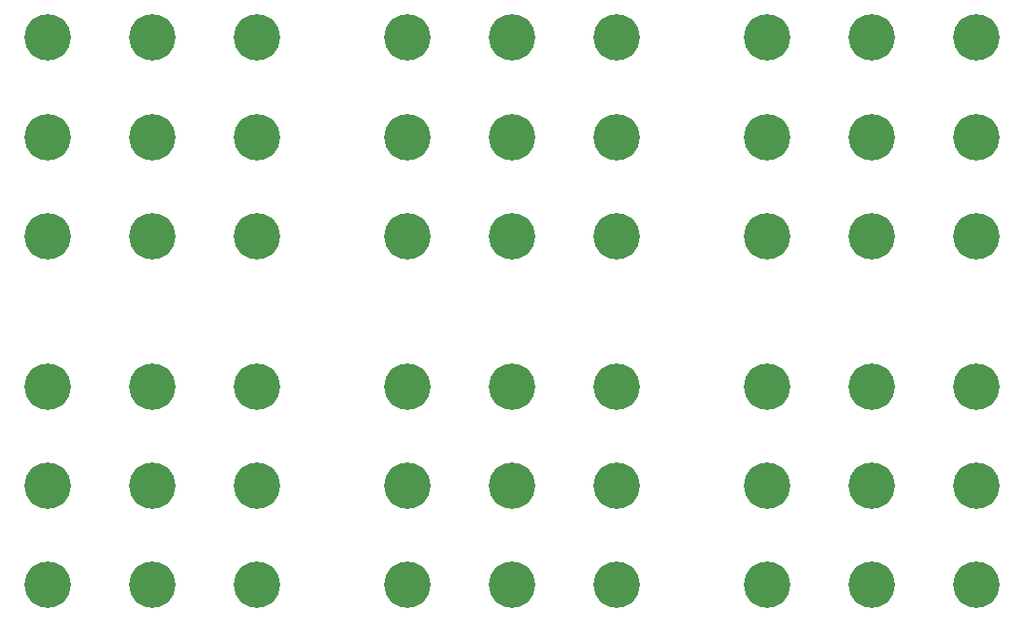
<source format=gtp>
G04 #@! TF.GenerationSoftware,KiCad,Pcbnew,7.0.11*
G04 #@! TF.CreationDate,2024-05-30T18:22:34+10:00*
G04 #@! TF.ProjectId,PercPlugPanel_v1.02,50657263-506c-4756-9750-616e656c5f76,rev?*
G04 #@! TF.SameCoordinates,Original*
G04 #@! TF.FileFunction,Paste,Top*
G04 #@! TF.FilePolarity,Positive*
%FSLAX46Y46*%
G04 Gerber Fmt 4.6, Leading zero omitted, Abs format (unit mm)*
G04 Created by KiCad (PCBNEW 7.0.11) date 2024-05-30 18:22:34*
%MOMM*%
%LPD*%
G01*
G04 APERTURE LIST*
G04 Aperture macros list*
%AMRoundRect*
0 Rectangle with rounded corners*
0 $1 Rounding radius*
0 $2 $3 $4 $5 $6 $7 $8 $9 X,Y pos of 4 corners*
0 Add a 4 corners polygon primitive as box body*
4,1,4,$2,$3,$4,$5,$6,$7,$8,$9,$2,$3,0*
0 Add four circle primitives for the rounded corners*
1,1,$1+$1,$2,$3*
1,1,$1+$1,$4,$5*
1,1,$1+$1,$6,$7*
1,1,$1+$1,$8,$9*
0 Add four rect primitives between the rounded corners*
20,1,$1+$1,$2,$3,$4,$5,0*
20,1,$1+$1,$4,$5,$6,$7,0*
20,1,$1+$1,$6,$7,$8,$9,0*
20,1,$1+$1,$8,$9,$2,$3,0*%
G04 Aperture macros list end*
%ADD10RoundRect,2.100000X0.000000X0.000000X0.000000X0.000000X0.000000X0.000000X0.000000X0.000000X0*%
G04 APERTURE END LIST*
D10*
X69500000Y-65000000D03*
X144200000Y-74000000D03*
X60000001Y-87600000D03*
X102100000Y-96600000D03*
X125200001Y-87600000D03*
X79000000Y-87600000D03*
X102100000Y-87600000D03*
X134700000Y-74000000D03*
X79000000Y-96600000D03*
X144200000Y-56000000D03*
X125200001Y-56000000D03*
X125200001Y-65000000D03*
X92600001Y-96600000D03*
X134700000Y-96600000D03*
X144200000Y-105600000D03*
X134700000Y-65000000D03*
X125200001Y-74000000D03*
X134700000Y-105600000D03*
X111600000Y-65000000D03*
X92600001Y-105600000D03*
X111600000Y-56000000D03*
X92600001Y-74000000D03*
X69500000Y-87600000D03*
X60000001Y-74000000D03*
X102100000Y-105600000D03*
X134700000Y-56000000D03*
X125200001Y-105600000D03*
X60000001Y-56000000D03*
X92600001Y-56000000D03*
X79000000Y-105600000D03*
X69500000Y-96600000D03*
X60000001Y-105600000D03*
X144200000Y-96600000D03*
X79000000Y-74000000D03*
X125200001Y-96600000D03*
X69500000Y-105600000D03*
X111600000Y-96600000D03*
X134700000Y-87600000D03*
X60000001Y-65000000D03*
X69500000Y-56000000D03*
X60000001Y-96600000D03*
X144200000Y-87600000D03*
X111600000Y-87600000D03*
X144200000Y-65000000D03*
X79000000Y-65000000D03*
X102100000Y-74000000D03*
X111600000Y-105600000D03*
X92600001Y-65000000D03*
X79000000Y-56000000D03*
X92600001Y-87600000D03*
X111600000Y-74000000D03*
X102100000Y-65000000D03*
X102100000Y-56000000D03*
X69500000Y-74000000D03*
M02*

</source>
